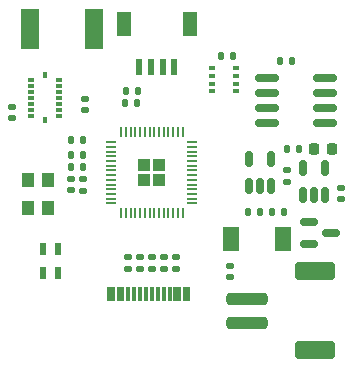
<source format=gtp>
%TF.GenerationSoftware,KiCad,Pcbnew,(6.0.1)*%
%TF.CreationDate,2022-03-04T16:45:31-06:00*%
%TF.ProjectId,samara,73616d61-7261-42e6-9b69-6361645f7063,rev?*%
%TF.SameCoordinates,PX7df6181PY82ce53f*%
%TF.FileFunction,Paste,Top*%
%TF.FilePolarity,Positive*%
%FSLAX46Y46*%
G04 Gerber Fmt 4.6, Leading zero omitted, Abs format (unit mm)*
G04 Created by KiCad (PCBNEW (6.0.1)) date 2022-03-04 16:45:31*
%MOMM*%
%LPD*%
G01*
G04 APERTURE LIST*
G04 Aperture macros list*
%AMRoundRect*
0 Rectangle with rounded corners*
0 $1 Rounding radius*
0 $2 $3 $4 $5 $6 $7 $8 $9 X,Y pos of 4 corners*
0 Add a 4 corners polygon primitive as box body*
4,1,4,$2,$3,$4,$5,$6,$7,$8,$9,$2,$3,0*
0 Add four circle primitives for the rounded corners*
1,1,$1+$1,$2,$3*
1,1,$1+$1,$4,$5*
1,1,$1+$1,$6,$7*
1,1,$1+$1,$8,$9*
0 Add four rect primitives between the rounded corners*
20,1,$1+$1,$2,$3,$4,$5,0*
20,1,$1+$1,$4,$5,$6,$7,0*
20,1,$1+$1,$6,$7,$8,$9,0*
20,1,$1+$1,$8,$9,$2,$3,0*%
G04 Aperture macros list end*
%ADD10RoundRect,0.049000X0.126000X0.241000X-0.126000X0.241000X-0.126000X-0.241000X0.126000X-0.241000X0*%
%ADD11RoundRect,0.049000X0.241000X-0.126000X0.241000X0.126000X-0.241000X0.126000X-0.241000X-0.126000X0*%
%ADD12R,1.500000X3.500000*%
%ADD13RoundRect,0.135000X-0.135000X-0.185000X0.135000X-0.185000X0.135000X0.185000X-0.135000X0.185000X0*%
%ADD14RoundRect,0.150000X-0.587500X-0.150000X0.587500X-0.150000X0.587500X0.150000X-0.587500X0.150000X0*%
%ADD15RoundRect,0.135000X0.135000X0.185000X-0.135000X0.185000X-0.135000X-0.185000X0.135000X-0.185000X0*%
%ADD16R,0.600000X1.000000*%
%ADD17RoundRect,0.150000X-0.825000X-0.150000X0.825000X-0.150000X0.825000X0.150000X-0.825000X0.150000X0*%
%ADD18RoundRect,0.140000X-0.140000X-0.170000X0.140000X-0.170000X0.140000X0.170000X-0.140000X0.170000X0*%
%ADD19R,0.300000X1.150000*%
%ADD20RoundRect,0.140000X0.170000X-0.140000X0.170000X0.140000X-0.170000X0.140000X-0.170000X-0.140000X0*%
%ADD21R,1.400000X2.100000*%
%ADD22R,0.497840X0.347980*%
%ADD23RoundRect,0.150000X0.150000X-0.512500X0.150000X0.512500X-0.150000X0.512500X-0.150000X-0.512500X0*%
%ADD24R,0.599440X1.348740*%
%ADD25R,1.198880X1.998980*%
%ADD26RoundRect,0.135000X0.185000X-0.135000X0.185000X0.135000X-0.185000X0.135000X-0.185000X-0.135000X0*%
%ADD27RoundRect,0.140000X-0.170000X0.140000X-0.170000X-0.140000X0.170000X-0.140000X0.170000X0.140000X0*%
%ADD28RoundRect,0.135000X-0.185000X0.135000X-0.185000X-0.135000X0.185000X-0.135000X0.185000X0.135000X0*%
%ADD29RoundRect,0.250000X-0.292217X0.292217X-0.292217X-0.292217X0.292217X-0.292217X0.292217X0.292217X0*%
%ADD30RoundRect,0.050000X-0.050000X0.387500X-0.050000X-0.387500X0.050000X-0.387500X0.050000X0.387500X0*%
%ADD31RoundRect,0.050000X-0.387500X0.050000X-0.387500X-0.050000X0.387500X-0.050000X0.387500X0.050000X0*%
%ADD32RoundRect,0.250000X1.500000X-0.250000X1.500000X0.250000X-1.500000X0.250000X-1.500000X-0.250000X0*%
%ADD33RoundRect,0.250001X1.449999X-0.499999X1.449999X0.499999X-1.449999X0.499999X-1.449999X-0.499999X0*%
%ADD34RoundRect,0.218750X-0.218750X-0.256250X0.218750X-0.256250X0.218750X0.256250X-0.218750X0.256250X0*%
%ADD35R,1.099820X1.198880*%
G04 APERTURE END LIST*
D10*
%TO.C,U2*%
X1625599Y18409999D03*
D11*
X2785599Y18819999D03*
X2785599Y19319999D03*
X2785599Y19819999D03*
X2785599Y20319999D03*
X2785599Y20819999D03*
X2785599Y21319999D03*
X2785599Y21819999D03*
D10*
X1625599Y22229999D03*
D11*
X465599Y21819999D03*
X465599Y21319999D03*
X465599Y20819999D03*
X465599Y20319999D03*
X465599Y19819999D03*
X465599Y19319999D03*
X465599Y18819999D03*
%TD*%
D12*
%TO.C,J2*%
X347999Y26161999D03*
X5747999Y26161999D03*
%TD*%
D13*
%TO.C,R19*%
X8456199Y20878799D03*
X9476199Y20878799D03*
%TD*%
D14*
%TO.C,Q1*%
X23954499Y9839999D03*
X23954499Y7939999D03*
X25829499Y8889999D03*
%TD*%
D15*
%TO.C,R14*%
X16558799Y23875999D03*
X17578799Y23875999D03*
%TD*%
D16*
%TO.C,D3*%
X1432799Y5527799D03*
X2732799Y5527799D03*
X2732799Y7527799D03*
X1432799Y7527799D03*
%TD*%
D17*
%TO.C,U4*%
X20384999Y21970999D03*
X20384999Y20700999D03*
X20384999Y19430999D03*
X20384999Y18160999D03*
X25334999Y18160999D03*
X25334999Y19430999D03*
X25334999Y20700999D03*
X25334999Y21970999D03*
%TD*%
D18*
%TO.C,C4*%
X18823999Y10667999D03*
X19783999Y10667999D03*
%TD*%
D15*
%TO.C,R11*%
X21845999Y10667999D03*
X20825999Y10667999D03*
%TD*%
D13*
%TO.C,R2*%
X3807999Y14477999D03*
X4827999Y14477999D03*
%TD*%
D19*
%TO.C,P1*%
X7063999Y3669999D03*
X7863999Y3669999D03*
X9163999Y3669999D03*
X10163999Y3669999D03*
X10663999Y3669999D03*
X11663999Y3669999D03*
X12963999Y3669999D03*
X13763999Y3669999D03*
X13463999Y3669999D03*
X12663999Y3669999D03*
X12163999Y3669999D03*
X11163999Y3669999D03*
X9663999Y3669999D03*
X8663999Y3669999D03*
X8163999Y3669999D03*
X7363999Y3669999D03*
%TD*%
D18*
%TO.C,C8*%
X3837999Y16763999D03*
X4797999Y16763999D03*
%TD*%
D20*
%TO.C,C3*%
X17271999Y5135999D03*
X17271999Y6095999D03*
%TD*%
D15*
%TO.C,R8*%
X23115999Y16001999D03*
X22095999Y16001999D03*
%TD*%
D21*
%TO.C,D2*%
X21757999Y8381999D03*
X17357999Y8381999D03*
%TD*%
D22*
%TO.C,U3*%
X17787619Y22816819D03*
X17787619Y22166579D03*
X17787619Y21521419D03*
X17787619Y20871179D03*
X15740379Y20871179D03*
X15740379Y21521419D03*
X15740379Y22166579D03*
X15740379Y22816819D03*
%TD*%
D23*
%TO.C,U7*%
X18861999Y12832499D03*
X19811999Y12832499D03*
X20761999Y12832499D03*
X20761999Y15107499D03*
X18861999Y15107499D03*
%TD*%
D20*
%TO.C,C1*%
X3809999Y12473999D03*
X3809999Y13433999D03*
%TD*%
D24*
%TO.C,J3*%
X12572999Y22916514D03*
X11572239Y22916514D03*
X10576559Y22916514D03*
X9575799Y22916514D03*
D25*
X8275319Y26589354D03*
X13873479Y26589354D03*
%TD*%
D26*
%TO.C,R7*%
X11683999Y5839999D03*
X11683999Y6859999D03*
%TD*%
D27*
%TO.C,C6*%
X5029199Y20215799D03*
X5029199Y19255799D03*
%TD*%
D23*
%TO.C,U6*%
X23433999Y12070499D03*
X24383999Y12070499D03*
X25333999Y12070499D03*
X25333999Y14345499D03*
X23433999Y14345499D03*
%TD*%
D15*
%TO.C,R3*%
X22557199Y23418799D03*
X21537199Y23418799D03*
%TD*%
D27*
%TO.C,C9*%
X-1168401Y19529999D03*
X-1168401Y18569999D03*
%TD*%
D28*
%TO.C,R9*%
X22097999Y14225999D03*
X22097999Y13205999D03*
%TD*%
%TO.C,R1*%
X4825999Y13463999D03*
X4825999Y12443999D03*
%TD*%
D29*
%TO.C,U1*%
X11305499Y13332499D03*
X11305499Y14607499D03*
X10030499Y14607499D03*
X10030499Y13332499D03*
D30*
X13267999Y17407499D03*
X12867999Y17407499D03*
X12467999Y17407499D03*
X12067999Y17407499D03*
X11667999Y17407499D03*
X11267999Y17407499D03*
X10867999Y17407499D03*
X10467999Y17407499D03*
X10067999Y17407499D03*
X9667999Y17407499D03*
X9267999Y17407499D03*
X8867999Y17407499D03*
X8467999Y17407499D03*
X8067999Y17407499D03*
D31*
X7230499Y16569999D03*
X7230499Y16169999D03*
X7230499Y15769999D03*
X7230499Y15369999D03*
X7230499Y14969999D03*
X7230499Y14569999D03*
X7230499Y14169999D03*
X7230499Y13769999D03*
X7230499Y13369999D03*
X7230499Y12969999D03*
X7230499Y12569999D03*
X7230499Y12169999D03*
X7230499Y11769999D03*
X7230499Y11369999D03*
D30*
X8067999Y10532499D03*
X8467999Y10532499D03*
X8867999Y10532499D03*
X9267999Y10532499D03*
X9667999Y10532499D03*
X10067999Y10532499D03*
X10467999Y10532499D03*
X10867999Y10532499D03*
X11267999Y10532499D03*
X11667999Y10532499D03*
X12067999Y10532499D03*
X12467999Y10532499D03*
X12867999Y10532499D03*
X13267999Y10532499D03*
D31*
X14105499Y11369999D03*
X14105499Y11769999D03*
X14105499Y12169999D03*
X14105499Y12569999D03*
X14105499Y12969999D03*
X14105499Y13369999D03*
X14105499Y13769999D03*
X14105499Y14169999D03*
X14105499Y14569999D03*
X14105499Y14969999D03*
X14105499Y15369999D03*
X14105499Y15769999D03*
X14105499Y16169999D03*
X14105499Y16569999D03*
%TD*%
D18*
%TO.C,C2*%
X3837999Y15493999D03*
X4797999Y15493999D03*
%TD*%
D15*
%TO.C,R18*%
X9450799Y19862799D03*
X8430799Y19862799D03*
%TD*%
D27*
%TO.C,C7*%
X26669999Y12671999D03*
X26669999Y11711999D03*
%TD*%
D32*
%TO.C,J1*%
X18739999Y1285999D03*
X18739999Y3285999D03*
D33*
X24489999Y-1064001D03*
X24489999Y5635999D03*
%TD*%
D26*
%TO.C,R5*%
X9651999Y5839999D03*
X9651999Y6859999D03*
%TD*%
%TO.C,R6*%
X8635999Y5839999D03*
X8635999Y6859999D03*
%TD*%
D34*
%TO.C,D1*%
X24358499Y16001999D03*
X25933499Y16001999D03*
%TD*%
D35*
%TO.C,Y1*%
X1889759Y11018519D03*
X1889759Y13365479D03*
X142239Y13365479D03*
X142239Y11018519D03*
%TD*%
D26*
%TO.C,R10*%
X12699999Y5839999D03*
X12699999Y6859999D03*
%TD*%
%TO.C,R4*%
X10667999Y5839999D03*
X10667999Y6859999D03*
%TD*%
M02*

</source>
